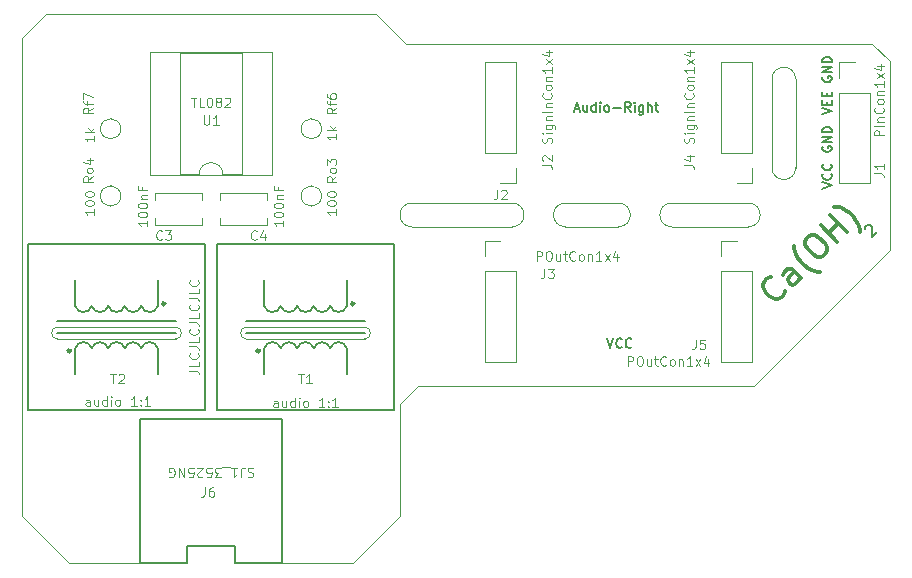
<source format=gbr>
%TF.GenerationSoftware,KiCad,Pcbnew,(5.1.9)-1*%
%TF.CreationDate,2021-03-12T00:34:36-05:00*%
%TF.ProjectId,SummingBoard,53756d6d-696e-4674-926f-6172642e6b69,rev?*%
%TF.SameCoordinates,Original*%
%TF.FileFunction,Legend,Top*%
%TF.FilePolarity,Positive*%
%FSLAX46Y46*%
G04 Gerber Fmt 4.6, Leading zero omitted, Abs format (unit mm)*
G04 Created by KiCad (PCBNEW (5.1.9)-1) date 2021-03-12 00:34:36*
%MOMM*%
%LPD*%
G01*
G04 APERTURE LIST*
%ADD10C,0.150000*%
%ADD11C,0.300000*%
%ADD12C,0.120000*%
%TA.AperFunction,Profile*%
%ADD13C,0.050000*%
%TD*%
G04 APERTURE END LIST*
D10*
X135878087Y-72682148D02*
X135878087Y-72614805D01*
X135911759Y-72513790D01*
X136080118Y-72345431D01*
X136181133Y-72311759D01*
X136248477Y-72311759D01*
X136349492Y-72345431D01*
X136416835Y-72412774D01*
X136484179Y-72547461D01*
X136484179Y-73355583D01*
X136921912Y-72917851D01*
D11*
X129078679Y-77931472D02*
X129078679Y-78066159D01*
X128943992Y-78335533D01*
X128809305Y-78470220D01*
X128539931Y-78604907D01*
X128270557Y-78604907D01*
X128068527Y-78537564D01*
X127731809Y-78335533D01*
X127529779Y-78133503D01*
X127327748Y-77796785D01*
X127260405Y-77594755D01*
X127260405Y-77325381D01*
X127395092Y-77056007D01*
X127529779Y-76921320D01*
X127799153Y-76786633D01*
X127933840Y-76786633D01*
X130425549Y-76853976D02*
X129684771Y-76113198D01*
X129482740Y-76045854D01*
X129280710Y-76113198D01*
X129011336Y-76382572D01*
X128943992Y-76584602D01*
X130358206Y-76786633D02*
X130290862Y-76988663D01*
X129954145Y-77325381D01*
X129752114Y-77392724D01*
X129550084Y-77325381D01*
X129415397Y-77190694D01*
X129348053Y-76988663D01*
X129415397Y-76786633D01*
X129752114Y-76449915D01*
X129819458Y-76247885D01*
X132041793Y-76315228D02*
X131907106Y-76315228D01*
X131570389Y-76247885D01*
X131368358Y-76180541D01*
X131098984Y-76045854D01*
X130694923Y-75776480D01*
X130425549Y-75507106D01*
X130156175Y-75103045D01*
X130021488Y-74833671D01*
X129954145Y-74631641D01*
X129886801Y-74294923D01*
X129886801Y-74160236D01*
X130896954Y-73554145D02*
X131166328Y-73284771D01*
X131368358Y-73217427D01*
X131637732Y-73217427D01*
X131974450Y-73419458D01*
X132445854Y-73890862D01*
X132647885Y-74227580D01*
X132647885Y-74496954D01*
X132580541Y-74698984D01*
X132311167Y-74968358D01*
X132109137Y-75035702D01*
X131839763Y-75035702D01*
X131503045Y-74833671D01*
X131031641Y-74362267D01*
X130829610Y-74025549D01*
X130829610Y-73756175D01*
X130896954Y-73554145D01*
X133523350Y-73756175D02*
X132109137Y-72341962D01*
X132782572Y-73015397D02*
X133590694Y-72207275D01*
X134331472Y-72948053D02*
X132917259Y-71533840D01*
X135408968Y-72948053D02*
X135408968Y-72813366D01*
X135341625Y-72476649D01*
X135274281Y-72274618D01*
X135139594Y-72005244D01*
X134870220Y-71601183D01*
X134600846Y-71331809D01*
X134196785Y-71062435D01*
X133927411Y-70927748D01*
X133725381Y-70860405D01*
X133388663Y-70793061D01*
X133253976Y-70793061D01*
D12*
X78661904Y-84695238D02*
X79233333Y-84695238D01*
X79347619Y-84733333D01*
X79423809Y-84809523D01*
X79461904Y-84923809D01*
X79461904Y-85000000D01*
X79461904Y-83933333D02*
X79461904Y-84314285D01*
X78661904Y-84314285D01*
X79385714Y-83209523D02*
X79423809Y-83247619D01*
X79461904Y-83361904D01*
X79461904Y-83438095D01*
X79423809Y-83552380D01*
X79347619Y-83628571D01*
X79271428Y-83666666D01*
X79119047Y-83704761D01*
X79004761Y-83704761D01*
X78852380Y-83666666D01*
X78776190Y-83628571D01*
X78700000Y-83552380D01*
X78661904Y-83438095D01*
X78661904Y-83361904D01*
X78700000Y-83247619D01*
X78738095Y-83209523D01*
X78661904Y-82638095D02*
X79233333Y-82638095D01*
X79347619Y-82676190D01*
X79423809Y-82752380D01*
X79461904Y-82866666D01*
X79461904Y-82942857D01*
X79461904Y-81876190D02*
X79461904Y-82257142D01*
X78661904Y-82257142D01*
X79385714Y-81152380D02*
X79423809Y-81190476D01*
X79461904Y-81304761D01*
X79461904Y-81380952D01*
X79423809Y-81495238D01*
X79347619Y-81571428D01*
X79271428Y-81609523D01*
X79119047Y-81647619D01*
X79004761Y-81647619D01*
X78852380Y-81609523D01*
X78776190Y-81571428D01*
X78700000Y-81495238D01*
X78661904Y-81380952D01*
X78661904Y-81304761D01*
X78700000Y-81190476D01*
X78738095Y-81152380D01*
X78661904Y-80580952D02*
X79233333Y-80580952D01*
X79347619Y-80619047D01*
X79423809Y-80695238D01*
X79461904Y-80809523D01*
X79461904Y-80885714D01*
X79461904Y-79819047D02*
X79461904Y-80200000D01*
X78661904Y-80200000D01*
X79385714Y-79095238D02*
X79423809Y-79133333D01*
X79461904Y-79247619D01*
X79461904Y-79323809D01*
X79423809Y-79438095D01*
X79347619Y-79514285D01*
X79271428Y-79552380D01*
X79119047Y-79590476D01*
X79004761Y-79590476D01*
X78852380Y-79552380D01*
X78776190Y-79514285D01*
X78700000Y-79438095D01*
X78661904Y-79323809D01*
X78661904Y-79247619D01*
X78700000Y-79133333D01*
X78738095Y-79095238D01*
X78661904Y-78523809D02*
X79233333Y-78523809D01*
X79347619Y-78561904D01*
X79423809Y-78638095D01*
X79461904Y-78752380D01*
X79461904Y-78828571D01*
X79461904Y-77761904D02*
X79461904Y-78142857D01*
X78661904Y-78142857D01*
X79385714Y-77038095D02*
X79423809Y-77076190D01*
X79461904Y-77190476D01*
X79461904Y-77266666D01*
X79423809Y-77380952D01*
X79347619Y-77457142D01*
X79271428Y-77495238D01*
X79119047Y-77533333D01*
X79004761Y-77533333D01*
X78852380Y-77495238D01*
X78776190Y-77457142D01*
X78700000Y-77380952D01*
X78661904Y-77266666D01*
X78661904Y-77190476D01*
X78700000Y-77076190D01*
X78738095Y-77038095D01*
D10*
X114033333Y-81961904D02*
X114300000Y-82761904D01*
X114566666Y-81961904D01*
X115290476Y-82685714D02*
X115252380Y-82723809D01*
X115138095Y-82761904D01*
X115061904Y-82761904D01*
X114947619Y-82723809D01*
X114871428Y-82647619D01*
X114833333Y-82571428D01*
X114795238Y-82419047D01*
X114795238Y-82304761D01*
X114833333Y-82152380D01*
X114871428Y-82076190D01*
X114947619Y-82000000D01*
X115061904Y-81961904D01*
X115138095Y-81961904D01*
X115252380Y-82000000D01*
X115290476Y-82038095D01*
X116090476Y-82685714D02*
X116052380Y-82723809D01*
X115938095Y-82761904D01*
X115861904Y-82761904D01*
X115747619Y-82723809D01*
X115671428Y-82647619D01*
X115633333Y-82571428D01*
X115595238Y-82419047D01*
X115595238Y-82304761D01*
X115633333Y-82152380D01*
X115671428Y-82076190D01*
X115747619Y-82000000D01*
X115861904Y-81961904D01*
X115938095Y-81961904D01*
X116052380Y-82000000D01*
X116090476Y-82038095D01*
X132261904Y-62990476D02*
X133061904Y-62723809D01*
X132261904Y-62457142D01*
X132642857Y-62190476D02*
X132642857Y-61923809D01*
X133061904Y-61809523D02*
X133061904Y-62190476D01*
X132261904Y-62190476D01*
X132261904Y-61809523D01*
X132642857Y-61466666D02*
X132642857Y-61200000D01*
X133061904Y-61085714D02*
X133061904Y-61466666D01*
X132261904Y-61466666D01*
X132261904Y-61085714D01*
X111295238Y-62533333D02*
X111676190Y-62533333D01*
X111219047Y-62761904D02*
X111485714Y-61961904D01*
X111752380Y-62761904D01*
X112361904Y-62228571D02*
X112361904Y-62761904D01*
X112019047Y-62228571D02*
X112019047Y-62647619D01*
X112057142Y-62723809D01*
X112133333Y-62761904D01*
X112247619Y-62761904D01*
X112323809Y-62723809D01*
X112361904Y-62685714D01*
X113085714Y-62761904D02*
X113085714Y-61961904D01*
X113085714Y-62723809D02*
X113009523Y-62761904D01*
X112857142Y-62761904D01*
X112780952Y-62723809D01*
X112742857Y-62685714D01*
X112704761Y-62609523D01*
X112704761Y-62380952D01*
X112742857Y-62304761D01*
X112780952Y-62266666D01*
X112857142Y-62228571D01*
X113009523Y-62228571D01*
X113085714Y-62266666D01*
X113466666Y-62761904D02*
X113466666Y-62228571D01*
X113466666Y-61961904D02*
X113428571Y-62000000D01*
X113466666Y-62038095D01*
X113504761Y-62000000D01*
X113466666Y-61961904D01*
X113466666Y-62038095D01*
X113961904Y-62761904D02*
X113885714Y-62723809D01*
X113847619Y-62685714D01*
X113809523Y-62609523D01*
X113809523Y-62380952D01*
X113847619Y-62304761D01*
X113885714Y-62266666D01*
X113961904Y-62228571D01*
X114076190Y-62228571D01*
X114152380Y-62266666D01*
X114190476Y-62304761D01*
X114228571Y-62380952D01*
X114228571Y-62609523D01*
X114190476Y-62685714D01*
X114152380Y-62723809D01*
X114076190Y-62761904D01*
X113961904Y-62761904D01*
X114571428Y-62457142D02*
X115180952Y-62457142D01*
X116019047Y-62761904D02*
X115752380Y-62380952D01*
X115561904Y-62761904D02*
X115561904Y-61961904D01*
X115866666Y-61961904D01*
X115942857Y-62000000D01*
X115980952Y-62038095D01*
X116019047Y-62114285D01*
X116019047Y-62228571D01*
X115980952Y-62304761D01*
X115942857Y-62342857D01*
X115866666Y-62380952D01*
X115561904Y-62380952D01*
X116361904Y-62761904D02*
X116361904Y-62228571D01*
X116361904Y-61961904D02*
X116323809Y-62000000D01*
X116361904Y-62038095D01*
X116400000Y-62000000D01*
X116361904Y-61961904D01*
X116361904Y-62038095D01*
X117085714Y-62228571D02*
X117085714Y-62876190D01*
X117047619Y-62952380D01*
X117009523Y-62990476D01*
X116933333Y-63028571D01*
X116819047Y-63028571D01*
X116742857Y-62990476D01*
X117085714Y-62723809D02*
X117009523Y-62761904D01*
X116857142Y-62761904D01*
X116780952Y-62723809D01*
X116742857Y-62685714D01*
X116704761Y-62609523D01*
X116704761Y-62380952D01*
X116742857Y-62304761D01*
X116780952Y-62266666D01*
X116857142Y-62228571D01*
X117009523Y-62228571D01*
X117085714Y-62266666D01*
X117466666Y-62761904D02*
X117466666Y-61961904D01*
X117809523Y-62761904D02*
X117809523Y-62342857D01*
X117771428Y-62266666D01*
X117695238Y-62228571D01*
X117580952Y-62228571D01*
X117504761Y-62266666D01*
X117466666Y-62304761D01*
X118076190Y-62228571D02*
X118380952Y-62228571D01*
X118190476Y-61961904D02*
X118190476Y-62647619D01*
X118228571Y-62723809D01*
X118304761Y-62761904D01*
X118380952Y-62761904D01*
X132300000Y-59809523D02*
X132261904Y-59885714D01*
X132261904Y-60000000D01*
X132300000Y-60114285D01*
X132376190Y-60190476D01*
X132452380Y-60228571D01*
X132604761Y-60266666D01*
X132719047Y-60266666D01*
X132871428Y-60228571D01*
X132947619Y-60190476D01*
X133023809Y-60114285D01*
X133061904Y-60000000D01*
X133061904Y-59923809D01*
X133023809Y-59809523D01*
X132985714Y-59771428D01*
X132719047Y-59771428D01*
X132719047Y-59923809D01*
X133061904Y-59428571D02*
X132261904Y-59428571D01*
X133061904Y-58971428D01*
X132261904Y-58971428D01*
X133061904Y-58590476D02*
X132261904Y-58590476D01*
X132261904Y-58400000D01*
X132300000Y-58285714D01*
X132376190Y-58209523D01*
X132452380Y-58171428D01*
X132604761Y-58133333D01*
X132719047Y-58133333D01*
X132871428Y-58171428D01*
X132947619Y-58209523D01*
X133023809Y-58285714D01*
X133061904Y-58400000D01*
X133061904Y-58590476D01*
X132261904Y-69266666D02*
X133061904Y-69000000D01*
X132261904Y-68733333D01*
X132985714Y-68009523D02*
X133023809Y-68047619D01*
X133061904Y-68161904D01*
X133061904Y-68238095D01*
X133023809Y-68352380D01*
X132947619Y-68428571D01*
X132871428Y-68466666D01*
X132719047Y-68504761D01*
X132604761Y-68504761D01*
X132452380Y-68466666D01*
X132376190Y-68428571D01*
X132300000Y-68352380D01*
X132261904Y-68238095D01*
X132261904Y-68161904D01*
X132300000Y-68047619D01*
X132338095Y-68009523D01*
X132985714Y-67209523D02*
X133023809Y-67247619D01*
X133061904Y-67361904D01*
X133061904Y-67438095D01*
X133023809Y-67552380D01*
X132947619Y-67628571D01*
X132871428Y-67666666D01*
X132719047Y-67704761D01*
X132604761Y-67704761D01*
X132452380Y-67666666D01*
X132376190Y-67628571D01*
X132300000Y-67552380D01*
X132261904Y-67438095D01*
X132261904Y-67361904D01*
X132300000Y-67247619D01*
X132338095Y-67209523D01*
X132300000Y-65709523D02*
X132261904Y-65785714D01*
X132261904Y-65900000D01*
X132300000Y-66014285D01*
X132376190Y-66090476D01*
X132452380Y-66128571D01*
X132604761Y-66166666D01*
X132719047Y-66166666D01*
X132871428Y-66128571D01*
X132947619Y-66090476D01*
X133023809Y-66014285D01*
X133061904Y-65900000D01*
X133061904Y-65823809D01*
X133023809Y-65709523D01*
X132985714Y-65671428D01*
X132719047Y-65671428D01*
X132719047Y-65823809D01*
X133061904Y-65328571D02*
X132261904Y-65328571D01*
X133061904Y-64871428D01*
X132261904Y-64871428D01*
X133061904Y-64490476D02*
X132261904Y-64490476D01*
X132261904Y-64300000D01*
X132300000Y-64185714D01*
X132376190Y-64109523D01*
X132452380Y-64071428D01*
X132604761Y-64033333D01*
X132719047Y-64033333D01*
X132871428Y-64071428D01*
X132947619Y-64109523D01*
X133023809Y-64185714D01*
X133061904Y-64300000D01*
X133061904Y-64490476D01*
D13*
X97000000Y-57000000D02*
X136500000Y-57000000D01*
X94500000Y-54500000D02*
X97000000Y-57000000D01*
X66500000Y-54500000D02*
X94500000Y-54500000D01*
X138000000Y-58500000D02*
X136500000Y-57000000D01*
X138000000Y-74500000D02*
X138000000Y-58500000D01*
X126500000Y-86000000D02*
X138000000Y-74500000D01*
X98000000Y-86000000D02*
X126500000Y-86000000D01*
X96500000Y-87500000D02*
X98000000Y-86000000D01*
X96500000Y-97000000D02*
X96500000Y-87500000D01*
X92500000Y-101000000D02*
X96500000Y-97000000D01*
X86500000Y-101000000D02*
X92500000Y-101000000D01*
X82500000Y-101000000D02*
X86500000Y-101000000D01*
X82500000Y-99500000D02*
X82500000Y-101000000D01*
X78500000Y-99500000D02*
X82500000Y-99500000D01*
X78500000Y-101000000D02*
X78500000Y-99500000D01*
X68500000Y-101000000D02*
X78500000Y-101000000D01*
X64500000Y-97000000D02*
X68500000Y-101000000D01*
X64500000Y-56500000D02*
X64500000Y-97000000D01*
X64500000Y-56500000D02*
X66500000Y-54500000D01*
X110500000Y-72500000D02*
X115000000Y-72500000D01*
X115000000Y-70500000D02*
X110500000Y-70500000D01*
X115000000Y-70500000D02*
G75*
G02*
X115000000Y-72500000I0J-1000000D01*
G01*
X110500000Y-72500000D02*
G75*
G02*
X110500000Y-70500000I0J1000000D01*
G01*
X130000000Y-67500000D02*
X130000000Y-60000000D01*
X128000000Y-60000000D02*
X128000000Y-67500000D01*
X128000000Y-60000000D02*
G75*
G02*
X130000000Y-60000000I1000000J0D01*
G01*
X130000000Y-67500000D02*
G75*
G02*
X128000000Y-67500000I-1000000J0D01*
G01*
X119500000Y-72500000D02*
X126000000Y-72500000D01*
X119500000Y-70500000D02*
X126000000Y-70500000D01*
X106000000Y-72500000D02*
X97500000Y-72500000D01*
X97500000Y-70500000D02*
X106000000Y-70500000D01*
X97500000Y-72500000D02*
G75*
G02*
X97500000Y-70500000I0J1000000D01*
G01*
X106000000Y-70500000D02*
G75*
G02*
X106000000Y-72500000I0J-1000000D01*
G01*
X126000000Y-70500000D02*
G75*
G02*
X126000000Y-72500000I0J-1000000D01*
G01*
X119500000Y-72500000D02*
G75*
G02*
X119500000Y-70500000I0J1000000D01*
G01*
X67500000Y-82000000D02*
G75*
G02*
X67500000Y-81000000I0J500000D01*
G01*
X93500000Y-81000000D02*
G75*
G02*
X93500000Y-82000000I0J-500000D01*
G01*
X83500000Y-82000000D02*
G75*
G02*
X83500000Y-81000000I0J500000D01*
G01*
X77500000Y-81000000D02*
G75*
G02*
X77500000Y-82000000I0J-500000D01*
G01*
X67500000Y-81000000D02*
X77500000Y-81000000D01*
X77500000Y-82000000D02*
X67500000Y-82000000D01*
X93500000Y-82000000D02*
X83500000Y-82000000D01*
X83500000Y-81000000D02*
X93500000Y-81000000D01*
D12*
%TO.C,U1*%
X75360000Y-68136500D02*
X85640000Y-68136500D01*
X75360000Y-57736500D02*
X75360000Y-68136500D01*
X85640000Y-57736500D02*
X75360000Y-57736500D01*
X85640000Y-68136500D02*
X85640000Y-57736500D01*
X77850000Y-68076500D02*
X79500000Y-68076500D01*
X77850000Y-57796500D02*
X77850000Y-68076500D01*
X83150000Y-57796500D02*
X77850000Y-57796500D01*
X83150000Y-68076500D02*
X83150000Y-57796500D01*
X81500000Y-68076500D02*
X83150000Y-68076500D01*
X79500000Y-68076500D02*
G75*
G02*
X81500000Y-68076500I1000000J0D01*
G01*
D10*
%TO.C,T2*%
X80000000Y-88000000D02*
X80000000Y-74000000D01*
X65000000Y-88000000D02*
X80000000Y-88000000D01*
X65000000Y-88000000D02*
X65000000Y-74000000D01*
X65000000Y-74000000D02*
X80000000Y-74000000D01*
X67500000Y-81500000D02*
X77500000Y-81500000D01*
X67500000Y-80500000D02*
X77500000Y-80500000D01*
X69000000Y-82800000D02*
X69000000Y-85000000D01*
X76000000Y-82800000D02*
X76000000Y-85000000D01*
X76000000Y-77000000D02*
X76000000Y-79200000D01*
X69000000Y-77000000D02*
X69000000Y-79200000D01*
D11*
X68600000Y-83000000D02*
G75*
G03*
X68600000Y-83000000I-100000J0D01*
G01*
X76600000Y-79000000D02*
G75*
G03*
X76600000Y-79000000I-100000J0D01*
G01*
D10*
X74600000Y-79200000D02*
G75*
G03*
X76000000Y-79200000I700000J200000D01*
G01*
X73200000Y-79200000D02*
G75*
G03*
X74600000Y-79200000I700000J200000D01*
G01*
X70400000Y-79200000D02*
G75*
G03*
X71800000Y-79200000I700000J200000D01*
G01*
X71800000Y-79200000D02*
G75*
G03*
X73200000Y-79200000I700000J200000D01*
G01*
X69000000Y-79200000D02*
G75*
G03*
X70400000Y-79200000I700000J200000D01*
G01*
X69000000Y-82800000D02*
G75*
G02*
X70400000Y-82800000I700000J-200000D01*
G01*
X70400000Y-82800000D02*
G75*
G02*
X71800000Y-82800000I700000J-200000D01*
G01*
X71800000Y-82800000D02*
G75*
G02*
X73200000Y-82800000I700000J-200000D01*
G01*
X73200000Y-82800000D02*
G75*
G02*
X74600000Y-82800000I700000J-200000D01*
G01*
X74600000Y-82800000D02*
G75*
G02*
X76000000Y-82800000I700000J-200000D01*
G01*
%TO.C,T1*%
X96000000Y-88000000D02*
X96000000Y-74000000D01*
X81000000Y-88000000D02*
X96000000Y-88000000D01*
X81000000Y-88000000D02*
X81000000Y-74000000D01*
X81000000Y-74000000D02*
X96000000Y-74000000D01*
X83500000Y-81500000D02*
X93500000Y-81500000D01*
X83500000Y-80500000D02*
X93500000Y-80500000D01*
X85000000Y-82800000D02*
X85000000Y-85000000D01*
X92000000Y-82800000D02*
X92000000Y-85000000D01*
X92000000Y-77000000D02*
X92000000Y-79200000D01*
X85000000Y-77000000D02*
X85000000Y-79200000D01*
D11*
X84600000Y-83000000D02*
G75*
G03*
X84600000Y-83000000I-100000J0D01*
G01*
X92600000Y-79000000D02*
G75*
G03*
X92600000Y-79000000I-100000J0D01*
G01*
D10*
X90600000Y-79200000D02*
G75*
G03*
X92000000Y-79200000I700000J200000D01*
G01*
X89200000Y-79200000D02*
G75*
G03*
X90600000Y-79200000I700000J200000D01*
G01*
X86400000Y-79200000D02*
G75*
G03*
X87800000Y-79200000I700000J200000D01*
G01*
X87800000Y-79200000D02*
G75*
G03*
X89200000Y-79200000I700000J200000D01*
G01*
X85000000Y-79200000D02*
G75*
G03*
X86400000Y-79200000I700000J200000D01*
G01*
X85000000Y-82800000D02*
G75*
G02*
X86400000Y-82800000I700000J-200000D01*
G01*
X86400000Y-82800000D02*
G75*
G02*
X87800000Y-82800000I700000J-200000D01*
G01*
X87800000Y-82800000D02*
G75*
G02*
X89200000Y-82800000I700000J-200000D01*
G01*
X89200000Y-82800000D02*
G75*
G02*
X90600000Y-82800000I700000J-200000D01*
G01*
X90600000Y-82800000D02*
G75*
G02*
X92000000Y-82800000I700000J-200000D01*
G01*
D12*
%TO.C,Ro4*%
X72000000Y-69040000D02*
X72000000Y-69000000D01*
X72860000Y-69900000D02*
G75*
G03*
X72860000Y-69900000I-860000J0D01*
G01*
%TO.C,Ro3*%
X89000000Y-69040000D02*
X89000000Y-69000000D01*
X89860000Y-69900000D02*
G75*
G03*
X89860000Y-69900000I-860000J0D01*
G01*
%TO.C,Rf7*%
X72000000Y-63346500D02*
X72000000Y-63306500D01*
X72860000Y-64206500D02*
G75*
G03*
X72860000Y-64206500I-860000J0D01*
G01*
%TO.C,Rf6*%
X89000000Y-63346500D02*
X89000000Y-63306500D01*
X89860000Y-64206500D02*
G75*
G03*
X89860000Y-64206500I-860000J0D01*
G01*
D10*
%TO.C,J6*%
X74500000Y-101000000D02*
X74500000Y-88800000D01*
X74500000Y-88800000D02*
X86500000Y-88800000D01*
X78500000Y-99500000D02*
X78500000Y-101000000D01*
X74500000Y-101000000D02*
X78500000Y-101000000D01*
X86500000Y-101000000D02*
X86500000Y-88800000D01*
X82500000Y-99500000D02*
X82500000Y-101000000D01*
X86500000Y-101000000D02*
X82500000Y-101000000D01*
X78500000Y-99500000D02*
X82500000Y-99500000D01*
D12*
%TO.C,J5*%
X123670000Y-73670000D02*
X125000000Y-73670000D01*
X123670000Y-75000000D02*
X123670000Y-73670000D01*
X126330000Y-76270000D02*
X123670000Y-76270000D01*
X126330000Y-83950000D02*
X126330000Y-76270000D01*
X123670000Y-83950000D02*
X126330000Y-83950000D01*
X123670000Y-76270000D02*
X123670000Y-83950000D01*
%TO.C,J4*%
X126330000Y-68830000D02*
X125000000Y-68830000D01*
X126330000Y-67500000D02*
X126330000Y-68830000D01*
X123670000Y-66230000D02*
X126330000Y-66230000D01*
X123670000Y-58550000D02*
X123670000Y-66230000D01*
X126330000Y-58550000D02*
X123670000Y-58550000D01*
X126330000Y-66230000D02*
X126330000Y-58550000D01*
%TO.C,J3*%
X103670000Y-73670000D02*
X105000000Y-73670000D01*
X103670000Y-75000000D02*
X103670000Y-73670000D01*
X106330000Y-76270000D02*
X103670000Y-76270000D01*
X106330000Y-83950000D02*
X106330000Y-76270000D01*
X103670000Y-83950000D02*
X106330000Y-83950000D01*
X103670000Y-76270000D02*
X103670000Y-83950000D01*
%TO.C,J2*%
X106330000Y-68830000D02*
X105000000Y-68830000D01*
X106330000Y-67500000D02*
X106330000Y-68830000D01*
X103670000Y-66230000D02*
X106330000Y-66230000D01*
X103670000Y-58550000D02*
X103670000Y-66230000D01*
X106330000Y-58550000D02*
X103670000Y-58550000D01*
X106330000Y-66230000D02*
X106330000Y-58550000D01*
%TO.C,J1*%
X133670000Y-58550000D02*
X135000000Y-58550000D01*
X133670000Y-59880000D02*
X133670000Y-58550000D01*
X136330000Y-61150000D02*
X133670000Y-61150000D01*
X136330000Y-68830000D02*
X136330000Y-61150000D01*
X133670000Y-68830000D02*
X136330000Y-68830000D01*
X133670000Y-61150000D02*
X133670000Y-68830000D01*
%TO.C,C4*%
X81290000Y-70250000D02*
X81290000Y-69640000D01*
X81290000Y-72360000D02*
X81290000Y-71750000D01*
X85210000Y-70250000D02*
X85210000Y-69640000D01*
X85210000Y-72360000D02*
X85210000Y-71750000D01*
X85210000Y-69640000D02*
X81290000Y-69640000D01*
X85210000Y-72360000D02*
X81290000Y-72360000D01*
%TO.C,C3*%
X75790000Y-70250000D02*
X75790000Y-69640000D01*
X75790000Y-72360000D02*
X75790000Y-71750000D01*
X79710000Y-70250000D02*
X79710000Y-69640000D01*
X79710000Y-72360000D02*
X79710000Y-71750000D01*
X79710000Y-69640000D02*
X75790000Y-69640000D01*
X79710000Y-72360000D02*
X75790000Y-72360000D01*
%TD*%
%TO.C,U1*%
X79890476Y-63061904D02*
X79890476Y-63709523D01*
X79928571Y-63785714D01*
X79966666Y-63823809D01*
X80042857Y-63861904D01*
X80195238Y-63861904D01*
X80271428Y-63823809D01*
X80309523Y-63785714D01*
X80347619Y-63709523D01*
X80347619Y-63061904D01*
X81147619Y-63861904D02*
X80690476Y-63861904D01*
X80919047Y-63861904D02*
X80919047Y-63061904D01*
X80842857Y-63176190D01*
X80766666Y-63252380D01*
X80690476Y-63290476D01*
X78804761Y-61561904D02*
X79261904Y-61561904D01*
X79033333Y-62361904D02*
X79033333Y-61561904D01*
X79909523Y-62361904D02*
X79528571Y-62361904D01*
X79528571Y-61561904D01*
X80328571Y-61561904D02*
X80404761Y-61561904D01*
X80480952Y-61600000D01*
X80519047Y-61638095D01*
X80557142Y-61714285D01*
X80595238Y-61866666D01*
X80595238Y-62057142D01*
X80557142Y-62209523D01*
X80519047Y-62285714D01*
X80480952Y-62323809D01*
X80404761Y-62361904D01*
X80328571Y-62361904D01*
X80252380Y-62323809D01*
X80214285Y-62285714D01*
X80176190Y-62209523D01*
X80138095Y-62057142D01*
X80138095Y-61866666D01*
X80176190Y-61714285D01*
X80214285Y-61638095D01*
X80252380Y-61600000D01*
X80328571Y-61561904D01*
X81052380Y-61904761D02*
X80976190Y-61866666D01*
X80938095Y-61828571D01*
X80900000Y-61752380D01*
X80900000Y-61714285D01*
X80938095Y-61638095D01*
X80976190Y-61600000D01*
X81052380Y-61561904D01*
X81204761Y-61561904D01*
X81280952Y-61600000D01*
X81319047Y-61638095D01*
X81357142Y-61714285D01*
X81357142Y-61752380D01*
X81319047Y-61828571D01*
X81280952Y-61866666D01*
X81204761Y-61904761D01*
X81052380Y-61904761D01*
X80976190Y-61942857D01*
X80938095Y-61980952D01*
X80900000Y-62057142D01*
X80900000Y-62209523D01*
X80938095Y-62285714D01*
X80976190Y-62323809D01*
X81052380Y-62361904D01*
X81204761Y-62361904D01*
X81280952Y-62323809D01*
X81319047Y-62285714D01*
X81357142Y-62209523D01*
X81357142Y-62057142D01*
X81319047Y-61980952D01*
X81280952Y-61942857D01*
X81204761Y-61904761D01*
X81661904Y-61638095D02*
X81700000Y-61600000D01*
X81776190Y-61561904D01*
X81966666Y-61561904D01*
X82042857Y-61600000D01*
X82080952Y-61638095D01*
X82119047Y-61714285D01*
X82119047Y-61790476D01*
X82080952Y-61904761D01*
X81623809Y-62361904D01*
X82119047Y-62361904D01*
%TO.C,T2*%
X71990476Y-84961904D02*
X72447619Y-84961904D01*
X72219047Y-85761904D02*
X72219047Y-84961904D01*
X72676190Y-85038095D02*
X72714285Y-85000000D01*
X72790476Y-84961904D01*
X72980952Y-84961904D01*
X73057142Y-85000000D01*
X73095238Y-85038095D01*
X73133333Y-85114285D01*
X73133333Y-85190476D01*
X73095238Y-85304761D01*
X72638095Y-85761904D01*
X73133333Y-85761904D01*
X70238095Y-87661904D02*
X70238095Y-87242857D01*
X70200000Y-87166666D01*
X70123809Y-87128571D01*
X69971428Y-87128571D01*
X69895238Y-87166666D01*
X70238095Y-87623809D02*
X70161904Y-87661904D01*
X69971428Y-87661904D01*
X69895238Y-87623809D01*
X69857142Y-87547619D01*
X69857142Y-87471428D01*
X69895238Y-87395238D01*
X69971428Y-87357142D01*
X70161904Y-87357142D01*
X70238095Y-87319047D01*
X70961904Y-87128571D02*
X70961904Y-87661904D01*
X70619047Y-87128571D02*
X70619047Y-87547619D01*
X70657142Y-87623809D01*
X70733333Y-87661904D01*
X70847619Y-87661904D01*
X70923809Y-87623809D01*
X70961904Y-87585714D01*
X71685714Y-87661904D02*
X71685714Y-86861904D01*
X71685714Y-87623809D02*
X71609523Y-87661904D01*
X71457142Y-87661904D01*
X71380952Y-87623809D01*
X71342857Y-87585714D01*
X71304761Y-87509523D01*
X71304761Y-87280952D01*
X71342857Y-87204761D01*
X71380952Y-87166666D01*
X71457142Y-87128571D01*
X71609523Y-87128571D01*
X71685714Y-87166666D01*
X72066666Y-87661904D02*
X72066666Y-87128571D01*
X72066666Y-86861904D02*
X72028571Y-86900000D01*
X72066666Y-86938095D01*
X72104761Y-86900000D01*
X72066666Y-86861904D01*
X72066666Y-86938095D01*
X72561904Y-87661904D02*
X72485714Y-87623809D01*
X72447619Y-87585714D01*
X72409523Y-87509523D01*
X72409523Y-87280952D01*
X72447619Y-87204761D01*
X72485714Y-87166666D01*
X72561904Y-87128571D01*
X72676190Y-87128571D01*
X72752380Y-87166666D01*
X72790476Y-87204761D01*
X72828571Y-87280952D01*
X72828571Y-87509523D01*
X72790476Y-87585714D01*
X72752380Y-87623809D01*
X72676190Y-87661904D01*
X72561904Y-87661904D01*
X74200000Y-87661904D02*
X73742857Y-87661904D01*
X73971428Y-87661904D02*
X73971428Y-86861904D01*
X73895238Y-86976190D01*
X73819047Y-87052380D01*
X73742857Y-87090476D01*
X74542857Y-87585714D02*
X74580952Y-87623809D01*
X74542857Y-87661904D01*
X74504761Y-87623809D01*
X74542857Y-87585714D01*
X74542857Y-87661904D01*
X74542857Y-87166666D02*
X74580952Y-87204761D01*
X74542857Y-87242857D01*
X74504761Y-87204761D01*
X74542857Y-87166666D01*
X74542857Y-87242857D01*
X75342857Y-87661904D02*
X74885714Y-87661904D01*
X75114285Y-87661904D02*
X75114285Y-86861904D01*
X75038095Y-86976190D01*
X74961904Y-87052380D01*
X74885714Y-87090476D01*
%TO.C,T1*%
X87890476Y-84961904D02*
X88347619Y-84961904D01*
X88119047Y-85761904D02*
X88119047Y-84961904D01*
X89033333Y-85761904D02*
X88576190Y-85761904D01*
X88804761Y-85761904D02*
X88804761Y-84961904D01*
X88728571Y-85076190D01*
X88652380Y-85152380D01*
X88576190Y-85190476D01*
X86138095Y-87761904D02*
X86138095Y-87342857D01*
X86100000Y-87266666D01*
X86023809Y-87228571D01*
X85871428Y-87228571D01*
X85795238Y-87266666D01*
X86138095Y-87723809D02*
X86061904Y-87761904D01*
X85871428Y-87761904D01*
X85795238Y-87723809D01*
X85757142Y-87647619D01*
X85757142Y-87571428D01*
X85795238Y-87495238D01*
X85871428Y-87457142D01*
X86061904Y-87457142D01*
X86138095Y-87419047D01*
X86861904Y-87228571D02*
X86861904Y-87761904D01*
X86519047Y-87228571D02*
X86519047Y-87647619D01*
X86557142Y-87723809D01*
X86633333Y-87761904D01*
X86747619Y-87761904D01*
X86823809Y-87723809D01*
X86861904Y-87685714D01*
X87585714Y-87761904D02*
X87585714Y-86961904D01*
X87585714Y-87723809D02*
X87509523Y-87761904D01*
X87357142Y-87761904D01*
X87280952Y-87723809D01*
X87242857Y-87685714D01*
X87204761Y-87609523D01*
X87204761Y-87380952D01*
X87242857Y-87304761D01*
X87280952Y-87266666D01*
X87357142Y-87228571D01*
X87509523Y-87228571D01*
X87585714Y-87266666D01*
X87966666Y-87761904D02*
X87966666Y-87228571D01*
X87966666Y-86961904D02*
X87928571Y-87000000D01*
X87966666Y-87038095D01*
X88004761Y-87000000D01*
X87966666Y-86961904D01*
X87966666Y-87038095D01*
X88461904Y-87761904D02*
X88385714Y-87723809D01*
X88347619Y-87685714D01*
X88309523Y-87609523D01*
X88309523Y-87380952D01*
X88347619Y-87304761D01*
X88385714Y-87266666D01*
X88461904Y-87228571D01*
X88576190Y-87228571D01*
X88652380Y-87266666D01*
X88690476Y-87304761D01*
X88728571Y-87380952D01*
X88728571Y-87609523D01*
X88690476Y-87685714D01*
X88652380Y-87723809D01*
X88576190Y-87761904D01*
X88461904Y-87761904D01*
X90100000Y-87761904D02*
X89642857Y-87761904D01*
X89871428Y-87761904D02*
X89871428Y-86961904D01*
X89795238Y-87076190D01*
X89719047Y-87152380D01*
X89642857Y-87190476D01*
X90442857Y-87685714D02*
X90480952Y-87723809D01*
X90442857Y-87761904D01*
X90404761Y-87723809D01*
X90442857Y-87685714D01*
X90442857Y-87761904D01*
X90442857Y-87266666D02*
X90480952Y-87304761D01*
X90442857Y-87342857D01*
X90404761Y-87304761D01*
X90442857Y-87266666D01*
X90442857Y-87342857D01*
X91242857Y-87761904D02*
X90785714Y-87761904D01*
X91014285Y-87761904D02*
X91014285Y-86961904D01*
X90938095Y-87076190D01*
X90861904Y-87152380D01*
X90785714Y-87190476D01*
%TO.C,Ro4*%
X70501904Y-68245238D02*
X70120952Y-68511904D01*
X70501904Y-68702380D02*
X69701904Y-68702380D01*
X69701904Y-68397619D01*
X69740000Y-68321428D01*
X69778095Y-68283333D01*
X69854285Y-68245238D01*
X69968571Y-68245238D01*
X70044761Y-68283333D01*
X70082857Y-68321428D01*
X70120952Y-68397619D01*
X70120952Y-68702380D01*
X70501904Y-67788095D02*
X70463809Y-67864285D01*
X70425714Y-67902380D01*
X70349523Y-67940476D01*
X70120952Y-67940476D01*
X70044761Y-67902380D01*
X70006666Y-67864285D01*
X69968571Y-67788095D01*
X69968571Y-67673809D01*
X70006666Y-67597619D01*
X70044761Y-67559523D01*
X70120952Y-67521428D01*
X70349523Y-67521428D01*
X70425714Y-67559523D01*
X70463809Y-67597619D01*
X70501904Y-67673809D01*
X70501904Y-67788095D01*
X69968571Y-66835714D02*
X70501904Y-66835714D01*
X69663809Y-67026190D02*
X70235238Y-67216666D01*
X70235238Y-66721428D01*
X70611904Y-71033333D02*
X70611904Y-71490476D01*
X70611904Y-71261904D02*
X69811904Y-71261904D01*
X69926190Y-71338095D01*
X70002380Y-71414285D01*
X70040476Y-71490476D01*
X69811904Y-70538095D02*
X69811904Y-70461904D01*
X69850000Y-70385714D01*
X69888095Y-70347619D01*
X69964285Y-70309523D01*
X70116666Y-70271428D01*
X70307142Y-70271428D01*
X70459523Y-70309523D01*
X70535714Y-70347619D01*
X70573809Y-70385714D01*
X70611904Y-70461904D01*
X70611904Y-70538095D01*
X70573809Y-70614285D01*
X70535714Y-70652380D01*
X70459523Y-70690476D01*
X70307142Y-70728571D01*
X70116666Y-70728571D01*
X69964285Y-70690476D01*
X69888095Y-70652380D01*
X69850000Y-70614285D01*
X69811904Y-70538095D01*
X69811904Y-69776190D02*
X69811904Y-69700000D01*
X69850000Y-69623809D01*
X69888095Y-69585714D01*
X69964285Y-69547619D01*
X70116666Y-69509523D01*
X70307142Y-69509523D01*
X70459523Y-69547619D01*
X70535714Y-69585714D01*
X70573809Y-69623809D01*
X70611904Y-69700000D01*
X70611904Y-69776190D01*
X70573809Y-69852380D01*
X70535714Y-69890476D01*
X70459523Y-69928571D01*
X70307142Y-69966666D01*
X70116666Y-69966666D01*
X69964285Y-69928571D01*
X69888095Y-69890476D01*
X69850000Y-69852380D01*
X69811904Y-69776190D01*
%TO.C,Ro3*%
X91111904Y-68245238D02*
X90730952Y-68511904D01*
X91111904Y-68702380D02*
X90311904Y-68702380D01*
X90311904Y-68397619D01*
X90350000Y-68321428D01*
X90388095Y-68283333D01*
X90464285Y-68245238D01*
X90578571Y-68245238D01*
X90654761Y-68283333D01*
X90692857Y-68321428D01*
X90730952Y-68397619D01*
X90730952Y-68702380D01*
X91111904Y-67788095D02*
X91073809Y-67864285D01*
X91035714Y-67902380D01*
X90959523Y-67940476D01*
X90730952Y-67940476D01*
X90654761Y-67902380D01*
X90616666Y-67864285D01*
X90578571Y-67788095D01*
X90578571Y-67673809D01*
X90616666Y-67597619D01*
X90654761Y-67559523D01*
X90730952Y-67521428D01*
X90959523Y-67521428D01*
X91035714Y-67559523D01*
X91073809Y-67597619D01*
X91111904Y-67673809D01*
X91111904Y-67788095D01*
X90311904Y-67254761D02*
X90311904Y-66759523D01*
X90616666Y-67026190D01*
X90616666Y-66911904D01*
X90654761Y-66835714D01*
X90692857Y-66797619D01*
X90769047Y-66759523D01*
X90959523Y-66759523D01*
X91035714Y-66797619D01*
X91073809Y-66835714D01*
X91111904Y-66911904D01*
X91111904Y-67140476D01*
X91073809Y-67216666D01*
X91035714Y-67254761D01*
X91111904Y-71033333D02*
X91111904Y-71490476D01*
X91111904Y-71261904D02*
X90311904Y-71261904D01*
X90426190Y-71338095D01*
X90502380Y-71414285D01*
X90540476Y-71490476D01*
X90311904Y-70538095D02*
X90311904Y-70461904D01*
X90350000Y-70385714D01*
X90388095Y-70347619D01*
X90464285Y-70309523D01*
X90616666Y-70271428D01*
X90807142Y-70271428D01*
X90959523Y-70309523D01*
X91035714Y-70347619D01*
X91073809Y-70385714D01*
X91111904Y-70461904D01*
X91111904Y-70538095D01*
X91073809Y-70614285D01*
X91035714Y-70652380D01*
X90959523Y-70690476D01*
X90807142Y-70728571D01*
X90616666Y-70728571D01*
X90464285Y-70690476D01*
X90388095Y-70652380D01*
X90350000Y-70614285D01*
X90311904Y-70538095D01*
X90311904Y-69776190D02*
X90311904Y-69700000D01*
X90350000Y-69623809D01*
X90388095Y-69585714D01*
X90464285Y-69547619D01*
X90616666Y-69509523D01*
X90807142Y-69509523D01*
X90959523Y-69547619D01*
X91035714Y-69585714D01*
X91073809Y-69623809D01*
X91111904Y-69700000D01*
X91111904Y-69776190D01*
X91073809Y-69852380D01*
X91035714Y-69890476D01*
X90959523Y-69928571D01*
X90807142Y-69966666D01*
X90616666Y-69966666D01*
X90464285Y-69928571D01*
X90388095Y-69890476D01*
X90350000Y-69852380D01*
X90311904Y-69776190D01*
%TO.C,Rf7*%
X70501904Y-62418404D02*
X70120952Y-62685071D01*
X70501904Y-62875547D02*
X69701904Y-62875547D01*
X69701904Y-62570785D01*
X69740000Y-62494595D01*
X69778095Y-62456500D01*
X69854285Y-62418404D01*
X69968571Y-62418404D01*
X70044761Y-62456500D01*
X70082857Y-62494595D01*
X70120952Y-62570785D01*
X70120952Y-62875547D01*
X69968571Y-62189833D02*
X69968571Y-61885071D01*
X70501904Y-62075547D02*
X69816190Y-62075547D01*
X69740000Y-62037452D01*
X69701904Y-61961261D01*
X69701904Y-61885071D01*
X69701904Y-61694595D02*
X69701904Y-61161261D01*
X70501904Y-61504119D01*
X70611904Y-64801738D02*
X70611904Y-65258880D01*
X70611904Y-65030309D02*
X69811904Y-65030309D01*
X69926190Y-65106500D01*
X70002380Y-65182690D01*
X70040476Y-65258880D01*
X70611904Y-64458880D02*
X69811904Y-64458880D01*
X70307142Y-64382690D02*
X70611904Y-64154119D01*
X70078571Y-64154119D02*
X70383333Y-64458880D01*
%TO.C,Rf6*%
X91111904Y-62418404D02*
X90730952Y-62685071D01*
X91111904Y-62875547D02*
X90311904Y-62875547D01*
X90311904Y-62570785D01*
X90350000Y-62494595D01*
X90388095Y-62456500D01*
X90464285Y-62418404D01*
X90578571Y-62418404D01*
X90654761Y-62456500D01*
X90692857Y-62494595D01*
X90730952Y-62570785D01*
X90730952Y-62875547D01*
X90578571Y-62189833D02*
X90578571Y-61885071D01*
X91111904Y-62075547D02*
X90426190Y-62075547D01*
X90350000Y-62037452D01*
X90311904Y-61961261D01*
X90311904Y-61885071D01*
X90311904Y-61275547D02*
X90311904Y-61427928D01*
X90350000Y-61504119D01*
X90388095Y-61542214D01*
X90502380Y-61618404D01*
X90654761Y-61656500D01*
X90959523Y-61656500D01*
X91035714Y-61618404D01*
X91073809Y-61580309D01*
X91111904Y-61504119D01*
X91111904Y-61351738D01*
X91073809Y-61275547D01*
X91035714Y-61237452D01*
X90959523Y-61199357D01*
X90769047Y-61199357D01*
X90692857Y-61237452D01*
X90654761Y-61275547D01*
X90616666Y-61351738D01*
X90616666Y-61504119D01*
X90654761Y-61580309D01*
X90692857Y-61618404D01*
X90769047Y-61656500D01*
X91111904Y-64651738D02*
X91111904Y-65108880D01*
X91111904Y-64880309D02*
X90311904Y-64880309D01*
X90426190Y-64956500D01*
X90502380Y-65032690D01*
X90540476Y-65108880D01*
X91111904Y-64308880D02*
X90311904Y-64308880D01*
X90807142Y-64232690D02*
X91111904Y-64004119D01*
X90578571Y-64004119D02*
X90883333Y-64308880D01*
%TO.C,J6*%
X79983333Y-94561904D02*
X79983333Y-95133333D01*
X79945238Y-95247619D01*
X79869047Y-95323809D01*
X79754761Y-95361904D01*
X79678571Y-95361904D01*
X80707142Y-94561904D02*
X80554761Y-94561904D01*
X80478571Y-94600000D01*
X80440476Y-94638095D01*
X80364285Y-94752380D01*
X80326190Y-94904761D01*
X80326190Y-95209523D01*
X80364285Y-95285714D01*
X80402380Y-95323809D01*
X80478571Y-95361904D01*
X80630952Y-95361904D01*
X80707142Y-95323809D01*
X80745238Y-95285714D01*
X80783333Y-95209523D01*
X80783333Y-95019047D01*
X80745238Y-94942857D01*
X80707142Y-94904761D01*
X80630952Y-94866666D01*
X80478571Y-94866666D01*
X80402380Y-94904761D01*
X80364285Y-94942857D01*
X80326190Y-95019047D01*
X84061904Y-92926190D02*
X83947619Y-92888095D01*
X83757142Y-92888095D01*
X83680952Y-92926190D01*
X83642857Y-92964285D01*
X83604761Y-93040476D01*
X83604761Y-93116666D01*
X83642857Y-93192857D01*
X83680952Y-93230952D01*
X83757142Y-93269047D01*
X83909523Y-93307142D01*
X83985714Y-93345238D01*
X84023809Y-93383333D01*
X84061904Y-93459523D01*
X84061904Y-93535714D01*
X84023809Y-93611904D01*
X83985714Y-93650000D01*
X83909523Y-93688095D01*
X83719047Y-93688095D01*
X83604761Y-93650000D01*
X83033333Y-93688095D02*
X83033333Y-93116666D01*
X83071428Y-93002380D01*
X83147619Y-92926190D01*
X83261904Y-92888095D01*
X83338095Y-92888095D01*
X82233333Y-92888095D02*
X82690476Y-92888095D01*
X82461904Y-92888095D02*
X82461904Y-93688095D01*
X82538095Y-93573809D01*
X82614285Y-93497619D01*
X82690476Y-93459523D01*
X82080952Y-92811904D02*
X81471428Y-92811904D01*
X81357142Y-93688095D02*
X80861904Y-93688095D01*
X81128571Y-93383333D01*
X81014285Y-93383333D01*
X80938095Y-93345238D01*
X80900000Y-93307142D01*
X80861904Y-93230952D01*
X80861904Y-93040476D01*
X80900000Y-92964285D01*
X80938095Y-92926190D01*
X81014285Y-92888095D01*
X81242857Y-92888095D01*
X81319047Y-92926190D01*
X81357142Y-92964285D01*
X80138095Y-93688095D02*
X80519047Y-93688095D01*
X80557142Y-93307142D01*
X80519047Y-93345238D01*
X80442857Y-93383333D01*
X80252380Y-93383333D01*
X80176190Y-93345238D01*
X80138095Y-93307142D01*
X80100000Y-93230952D01*
X80100000Y-93040476D01*
X80138095Y-92964285D01*
X80176190Y-92926190D01*
X80252380Y-92888095D01*
X80442857Y-92888095D01*
X80519047Y-92926190D01*
X80557142Y-92964285D01*
X79795238Y-93611904D02*
X79757142Y-93650000D01*
X79680952Y-93688095D01*
X79490476Y-93688095D01*
X79414285Y-93650000D01*
X79376190Y-93611904D01*
X79338095Y-93535714D01*
X79338095Y-93459523D01*
X79376190Y-93345238D01*
X79833333Y-92888095D01*
X79338095Y-92888095D01*
X78614285Y-93688095D02*
X78995238Y-93688095D01*
X79033333Y-93307142D01*
X78995238Y-93345238D01*
X78919047Y-93383333D01*
X78728571Y-93383333D01*
X78652380Y-93345238D01*
X78614285Y-93307142D01*
X78576190Y-93230952D01*
X78576190Y-93040476D01*
X78614285Y-92964285D01*
X78652380Y-92926190D01*
X78728571Y-92888095D01*
X78919047Y-92888095D01*
X78995238Y-92926190D01*
X79033333Y-92964285D01*
X78233333Y-92888095D02*
X78233333Y-93688095D01*
X77776190Y-92888095D01*
X77776190Y-93688095D01*
X76976190Y-93650000D02*
X77052380Y-93688095D01*
X77166666Y-93688095D01*
X77280952Y-93650000D01*
X77357142Y-93573809D01*
X77395238Y-93497619D01*
X77433333Y-93345238D01*
X77433333Y-93230952D01*
X77395238Y-93078571D01*
X77357142Y-93002380D01*
X77280952Y-92926190D01*
X77166666Y-92888095D01*
X77090476Y-92888095D01*
X76976190Y-92926190D01*
X76938095Y-92964285D01*
X76938095Y-93230952D01*
X77090476Y-93230952D01*
%TO.C,J5*%
X121533333Y-82061904D02*
X121533333Y-82633333D01*
X121495238Y-82747619D01*
X121419047Y-82823809D01*
X121304761Y-82861904D01*
X121228571Y-82861904D01*
X122295238Y-82061904D02*
X121914285Y-82061904D01*
X121876190Y-82442857D01*
X121914285Y-82404761D01*
X121990476Y-82366666D01*
X122180952Y-82366666D01*
X122257142Y-82404761D01*
X122295238Y-82442857D01*
X122333333Y-82519047D01*
X122333333Y-82709523D01*
X122295238Y-82785714D01*
X122257142Y-82823809D01*
X122180952Y-82861904D01*
X121990476Y-82861904D01*
X121914285Y-82823809D01*
X121876190Y-82785714D01*
X115771428Y-84261904D02*
X115771428Y-83461904D01*
X116076190Y-83461904D01*
X116152380Y-83500000D01*
X116190476Y-83538095D01*
X116228571Y-83614285D01*
X116228571Y-83728571D01*
X116190476Y-83804761D01*
X116152380Y-83842857D01*
X116076190Y-83880952D01*
X115771428Y-83880952D01*
X116723809Y-83461904D02*
X116876190Y-83461904D01*
X116952380Y-83500000D01*
X117028571Y-83576190D01*
X117066666Y-83728571D01*
X117066666Y-83995238D01*
X117028571Y-84147619D01*
X116952380Y-84223809D01*
X116876190Y-84261904D01*
X116723809Y-84261904D01*
X116647619Y-84223809D01*
X116571428Y-84147619D01*
X116533333Y-83995238D01*
X116533333Y-83728571D01*
X116571428Y-83576190D01*
X116647619Y-83500000D01*
X116723809Y-83461904D01*
X117752380Y-83728571D02*
X117752380Y-84261904D01*
X117409523Y-83728571D02*
X117409523Y-84147619D01*
X117447619Y-84223809D01*
X117523809Y-84261904D01*
X117638095Y-84261904D01*
X117714285Y-84223809D01*
X117752380Y-84185714D01*
X118019047Y-83728571D02*
X118323809Y-83728571D01*
X118133333Y-83461904D02*
X118133333Y-84147619D01*
X118171428Y-84223809D01*
X118247619Y-84261904D01*
X118323809Y-84261904D01*
X119047619Y-84185714D02*
X119009523Y-84223809D01*
X118895238Y-84261904D01*
X118819047Y-84261904D01*
X118704761Y-84223809D01*
X118628571Y-84147619D01*
X118590476Y-84071428D01*
X118552380Y-83919047D01*
X118552380Y-83804761D01*
X118590476Y-83652380D01*
X118628571Y-83576190D01*
X118704761Y-83500000D01*
X118819047Y-83461904D01*
X118895238Y-83461904D01*
X119009523Y-83500000D01*
X119047619Y-83538095D01*
X119504761Y-84261904D02*
X119428571Y-84223809D01*
X119390476Y-84185714D01*
X119352380Y-84109523D01*
X119352380Y-83880952D01*
X119390476Y-83804761D01*
X119428571Y-83766666D01*
X119504761Y-83728571D01*
X119619047Y-83728571D01*
X119695238Y-83766666D01*
X119733333Y-83804761D01*
X119771428Y-83880952D01*
X119771428Y-84109523D01*
X119733333Y-84185714D01*
X119695238Y-84223809D01*
X119619047Y-84261904D01*
X119504761Y-84261904D01*
X120114285Y-83728571D02*
X120114285Y-84261904D01*
X120114285Y-83804761D02*
X120152380Y-83766666D01*
X120228571Y-83728571D01*
X120342857Y-83728571D01*
X120419047Y-83766666D01*
X120457142Y-83842857D01*
X120457142Y-84261904D01*
X121257142Y-84261904D02*
X120799999Y-84261904D01*
X121028571Y-84261904D02*
X121028571Y-83461904D01*
X120952380Y-83576190D01*
X120876190Y-83652380D01*
X120799999Y-83690476D01*
X121523809Y-84261904D02*
X121942857Y-83728571D01*
X121523809Y-83728571D02*
X121942857Y-84261904D01*
X122590476Y-83728571D02*
X122590476Y-84261904D01*
X122399999Y-83423809D02*
X122209523Y-83995238D01*
X122704761Y-83995238D01*
%TO.C,J4*%
X120561904Y-67266666D02*
X121133333Y-67266666D01*
X121247619Y-67304761D01*
X121323809Y-67380952D01*
X121361904Y-67495238D01*
X121361904Y-67571428D01*
X120828571Y-66542857D02*
X121361904Y-66542857D01*
X120523809Y-66733333D02*
X121095238Y-66923809D01*
X121095238Y-66428571D01*
X121323809Y-65404761D02*
X121361904Y-65290476D01*
X121361904Y-65100000D01*
X121323809Y-65023809D01*
X121285714Y-64985714D01*
X121209523Y-64947619D01*
X121133333Y-64947619D01*
X121057142Y-64985714D01*
X121019047Y-65023809D01*
X120980952Y-65100000D01*
X120942857Y-65252380D01*
X120904761Y-65328571D01*
X120866666Y-65366666D01*
X120790476Y-65404761D01*
X120714285Y-65404761D01*
X120638095Y-65366666D01*
X120600000Y-65328571D01*
X120561904Y-65252380D01*
X120561904Y-65061904D01*
X120600000Y-64947619D01*
X121361904Y-64604761D02*
X120828571Y-64604761D01*
X120561904Y-64604761D02*
X120600000Y-64642857D01*
X120638095Y-64604761D01*
X120600000Y-64566666D01*
X120561904Y-64604761D01*
X120638095Y-64604761D01*
X120828571Y-63880952D02*
X121476190Y-63880952D01*
X121552380Y-63919047D01*
X121590476Y-63957142D01*
X121628571Y-64033333D01*
X121628571Y-64147619D01*
X121590476Y-64223809D01*
X121323809Y-63880952D02*
X121361904Y-63957142D01*
X121361904Y-64109523D01*
X121323809Y-64185714D01*
X121285714Y-64223809D01*
X121209523Y-64261904D01*
X120980952Y-64261904D01*
X120904761Y-64223809D01*
X120866666Y-64185714D01*
X120828571Y-64109523D01*
X120828571Y-63957142D01*
X120866666Y-63880952D01*
X120828571Y-63500000D02*
X121361904Y-63500000D01*
X120904761Y-63500000D02*
X120866666Y-63461904D01*
X120828571Y-63385714D01*
X120828571Y-63271428D01*
X120866666Y-63195238D01*
X120942857Y-63157142D01*
X121361904Y-63157142D01*
X121361904Y-62776190D02*
X120561904Y-62776190D01*
X120828571Y-62395238D02*
X121361904Y-62395238D01*
X120904761Y-62395238D02*
X120866666Y-62357142D01*
X120828571Y-62280952D01*
X120828571Y-62166666D01*
X120866666Y-62090476D01*
X120942857Y-62052380D01*
X121361904Y-62052380D01*
X121285714Y-61214285D02*
X121323809Y-61252380D01*
X121361904Y-61366666D01*
X121361904Y-61442857D01*
X121323809Y-61557142D01*
X121247619Y-61633333D01*
X121171428Y-61671428D01*
X121019047Y-61709523D01*
X120904761Y-61709523D01*
X120752380Y-61671428D01*
X120676190Y-61633333D01*
X120600000Y-61557142D01*
X120561904Y-61442857D01*
X120561904Y-61366666D01*
X120600000Y-61252380D01*
X120638095Y-61214285D01*
X121361904Y-60757142D02*
X121323809Y-60833333D01*
X121285714Y-60871428D01*
X121209523Y-60909523D01*
X120980952Y-60909523D01*
X120904761Y-60871428D01*
X120866666Y-60833333D01*
X120828571Y-60757142D01*
X120828571Y-60642857D01*
X120866666Y-60566666D01*
X120904761Y-60528571D01*
X120980952Y-60490476D01*
X121209523Y-60490476D01*
X121285714Y-60528571D01*
X121323809Y-60566666D01*
X121361904Y-60642857D01*
X121361904Y-60757142D01*
X120828571Y-60147619D02*
X121361904Y-60147619D01*
X120904761Y-60147619D02*
X120866666Y-60109523D01*
X120828571Y-60033333D01*
X120828571Y-59919047D01*
X120866666Y-59842857D01*
X120942857Y-59804761D01*
X121361904Y-59804761D01*
X121361904Y-59004761D02*
X121361904Y-59461904D01*
X121361904Y-59233333D02*
X120561904Y-59233333D01*
X120676190Y-59309523D01*
X120752380Y-59385714D01*
X120790476Y-59461904D01*
X121361904Y-58738095D02*
X120828571Y-58319047D01*
X120828571Y-58738095D02*
X121361904Y-58319047D01*
X120828571Y-57671428D02*
X121361904Y-57671428D01*
X120523809Y-57861904D02*
X121095238Y-58052380D01*
X121095238Y-57557142D01*
%TO.C,J3*%
X108733333Y-76061904D02*
X108733333Y-76633333D01*
X108695238Y-76747619D01*
X108619047Y-76823809D01*
X108504761Y-76861904D01*
X108428571Y-76861904D01*
X109038095Y-76061904D02*
X109533333Y-76061904D01*
X109266666Y-76366666D01*
X109380952Y-76366666D01*
X109457142Y-76404761D01*
X109495238Y-76442857D01*
X109533333Y-76519047D01*
X109533333Y-76709523D01*
X109495238Y-76785714D01*
X109457142Y-76823809D01*
X109380952Y-76861904D01*
X109152380Y-76861904D01*
X109076190Y-76823809D01*
X109038095Y-76785714D01*
X108071428Y-75361904D02*
X108071428Y-74561904D01*
X108376190Y-74561904D01*
X108452380Y-74600000D01*
X108490476Y-74638095D01*
X108528571Y-74714285D01*
X108528571Y-74828571D01*
X108490476Y-74904761D01*
X108452380Y-74942857D01*
X108376190Y-74980952D01*
X108071428Y-74980952D01*
X109023809Y-74561904D02*
X109176190Y-74561904D01*
X109252380Y-74600000D01*
X109328571Y-74676190D01*
X109366666Y-74828571D01*
X109366666Y-75095238D01*
X109328571Y-75247619D01*
X109252380Y-75323809D01*
X109176190Y-75361904D01*
X109023809Y-75361904D01*
X108947619Y-75323809D01*
X108871428Y-75247619D01*
X108833333Y-75095238D01*
X108833333Y-74828571D01*
X108871428Y-74676190D01*
X108947619Y-74600000D01*
X109023809Y-74561904D01*
X110052380Y-74828571D02*
X110052380Y-75361904D01*
X109709523Y-74828571D02*
X109709523Y-75247619D01*
X109747619Y-75323809D01*
X109823809Y-75361904D01*
X109938095Y-75361904D01*
X110014285Y-75323809D01*
X110052380Y-75285714D01*
X110319047Y-74828571D02*
X110623809Y-74828571D01*
X110433333Y-74561904D02*
X110433333Y-75247619D01*
X110471428Y-75323809D01*
X110547619Y-75361904D01*
X110623809Y-75361904D01*
X111347619Y-75285714D02*
X111309523Y-75323809D01*
X111195238Y-75361904D01*
X111119047Y-75361904D01*
X111004761Y-75323809D01*
X110928571Y-75247619D01*
X110890476Y-75171428D01*
X110852380Y-75019047D01*
X110852380Y-74904761D01*
X110890476Y-74752380D01*
X110928571Y-74676190D01*
X111004761Y-74600000D01*
X111119047Y-74561904D01*
X111195238Y-74561904D01*
X111309523Y-74600000D01*
X111347619Y-74638095D01*
X111804761Y-75361904D02*
X111728571Y-75323809D01*
X111690476Y-75285714D01*
X111652380Y-75209523D01*
X111652380Y-74980952D01*
X111690476Y-74904761D01*
X111728571Y-74866666D01*
X111804761Y-74828571D01*
X111919047Y-74828571D01*
X111995238Y-74866666D01*
X112033333Y-74904761D01*
X112071428Y-74980952D01*
X112071428Y-75209523D01*
X112033333Y-75285714D01*
X111995238Y-75323809D01*
X111919047Y-75361904D01*
X111804761Y-75361904D01*
X112414285Y-74828571D02*
X112414285Y-75361904D01*
X112414285Y-74904761D02*
X112452380Y-74866666D01*
X112528571Y-74828571D01*
X112642857Y-74828571D01*
X112719047Y-74866666D01*
X112757142Y-74942857D01*
X112757142Y-75361904D01*
X113557142Y-75361904D02*
X113099999Y-75361904D01*
X113328571Y-75361904D02*
X113328571Y-74561904D01*
X113252380Y-74676190D01*
X113176190Y-74752380D01*
X113099999Y-74790476D01*
X113823809Y-75361904D02*
X114242857Y-74828571D01*
X113823809Y-74828571D02*
X114242857Y-75361904D01*
X114890476Y-74828571D02*
X114890476Y-75361904D01*
X114699999Y-74523809D02*
X114509523Y-75095238D01*
X115004761Y-75095238D01*
%TO.C,J2*%
X108561904Y-67266666D02*
X109133333Y-67266666D01*
X109247619Y-67304761D01*
X109323809Y-67380952D01*
X109361904Y-67495238D01*
X109361904Y-67571428D01*
X108638095Y-66923809D02*
X108600000Y-66885714D01*
X108561904Y-66809523D01*
X108561904Y-66619047D01*
X108600000Y-66542857D01*
X108638095Y-66504761D01*
X108714285Y-66466666D01*
X108790476Y-66466666D01*
X108904761Y-66504761D01*
X109361904Y-66961904D01*
X109361904Y-66466666D01*
X109323809Y-65404761D02*
X109361904Y-65290476D01*
X109361904Y-65100000D01*
X109323809Y-65023809D01*
X109285714Y-64985714D01*
X109209523Y-64947619D01*
X109133333Y-64947619D01*
X109057142Y-64985714D01*
X109019047Y-65023809D01*
X108980952Y-65100000D01*
X108942857Y-65252380D01*
X108904761Y-65328571D01*
X108866666Y-65366666D01*
X108790476Y-65404761D01*
X108714285Y-65404761D01*
X108638095Y-65366666D01*
X108600000Y-65328571D01*
X108561904Y-65252380D01*
X108561904Y-65061904D01*
X108600000Y-64947619D01*
X109361904Y-64604761D02*
X108828571Y-64604761D01*
X108561904Y-64604761D02*
X108600000Y-64642857D01*
X108638095Y-64604761D01*
X108600000Y-64566666D01*
X108561904Y-64604761D01*
X108638095Y-64604761D01*
X108828571Y-63880952D02*
X109476190Y-63880952D01*
X109552380Y-63919047D01*
X109590476Y-63957142D01*
X109628571Y-64033333D01*
X109628571Y-64147619D01*
X109590476Y-64223809D01*
X109323809Y-63880952D02*
X109361904Y-63957142D01*
X109361904Y-64109523D01*
X109323809Y-64185714D01*
X109285714Y-64223809D01*
X109209523Y-64261904D01*
X108980952Y-64261904D01*
X108904761Y-64223809D01*
X108866666Y-64185714D01*
X108828571Y-64109523D01*
X108828571Y-63957142D01*
X108866666Y-63880952D01*
X108828571Y-63500000D02*
X109361904Y-63500000D01*
X108904761Y-63500000D02*
X108866666Y-63461904D01*
X108828571Y-63385714D01*
X108828571Y-63271428D01*
X108866666Y-63195238D01*
X108942857Y-63157142D01*
X109361904Y-63157142D01*
X109361904Y-62776190D02*
X108561904Y-62776190D01*
X108828571Y-62395238D02*
X109361904Y-62395238D01*
X108904761Y-62395238D02*
X108866666Y-62357142D01*
X108828571Y-62280952D01*
X108828571Y-62166666D01*
X108866666Y-62090476D01*
X108942857Y-62052380D01*
X109361904Y-62052380D01*
X109285714Y-61214285D02*
X109323809Y-61252380D01*
X109361904Y-61366666D01*
X109361904Y-61442857D01*
X109323809Y-61557142D01*
X109247619Y-61633333D01*
X109171428Y-61671428D01*
X109019047Y-61709523D01*
X108904761Y-61709523D01*
X108752380Y-61671428D01*
X108676190Y-61633333D01*
X108600000Y-61557142D01*
X108561904Y-61442857D01*
X108561904Y-61366666D01*
X108600000Y-61252380D01*
X108638095Y-61214285D01*
X109361904Y-60757142D02*
X109323809Y-60833333D01*
X109285714Y-60871428D01*
X109209523Y-60909523D01*
X108980952Y-60909523D01*
X108904761Y-60871428D01*
X108866666Y-60833333D01*
X108828571Y-60757142D01*
X108828571Y-60642857D01*
X108866666Y-60566666D01*
X108904761Y-60528571D01*
X108980952Y-60490476D01*
X109209523Y-60490476D01*
X109285714Y-60528571D01*
X109323809Y-60566666D01*
X109361904Y-60642857D01*
X109361904Y-60757142D01*
X108828571Y-60147619D02*
X109361904Y-60147619D01*
X108904761Y-60147619D02*
X108866666Y-60109523D01*
X108828571Y-60033333D01*
X108828571Y-59919047D01*
X108866666Y-59842857D01*
X108942857Y-59804761D01*
X109361904Y-59804761D01*
X109361904Y-59004761D02*
X109361904Y-59461904D01*
X109361904Y-59233333D02*
X108561904Y-59233333D01*
X108676190Y-59309523D01*
X108752380Y-59385714D01*
X108790476Y-59461904D01*
X109361904Y-58738095D02*
X108828571Y-58319047D01*
X108828571Y-58738095D02*
X109361904Y-58319047D01*
X108828571Y-57671428D02*
X109361904Y-57671428D01*
X108523809Y-57861904D02*
X109095238Y-58052380D01*
X109095238Y-57557142D01*
X104733333Y-69391904D02*
X104733333Y-69963333D01*
X104695238Y-70077619D01*
X104619047Y-70153809D01*
X104504761Y-70191904D01*
X104428571Y-70191904D01*
X105076190Y-69468095D02*
X105114285Y-69430000D01*
X105190476Y-69391904D01*
X105380952Y-69391904D01*
X105457142Y-69430000D01*
X105495238Y-69468095D01*
X105533333Y-69544285D01*
X105533333Y-69620476D01*
X105495238Y-69734761D01*
X105038095Y-70191904D01*
X105533333Y-70191904D01*
%TO.C,J1*%
X136661904Y-67966666D02*
X137233333Y-67966666D01*
X137347619Y-68004761D01*
X137423809Y-68080952D01*
X137461904Y-68195238D01*
X137461904Y-68271428D01*
X137461904Y-67166666D02*
X137461904Y-67623809D01*
X137461904Y-67395238D02*
X136661904Y-67395238D01*
X136776190Y-67471428D01*
X136852380Y-67547619D01*
X136890476Y-67623809D01*
X137461904Y-64771428D02*
X136661904Y-64771428D01*
X136661904Y-64466666D01*
X136700000Y-64390476D01*
X136738095Y-64352380D01*
X136814285Y-64314285D01*
X136928571Y-64314285D01*
X137004761Y-64352380D01*
X137042857Y-64390476D01*
X137080952Y-64466666D01*
X137080952Y-64771428D01*
X137461904Y-63971428D02*
X136661904Y-63971428D01*
X136928571Y-63590476D02*
X137461904Y-63590476D01*
X137004761Y-63590476D02*
X136966666Y-63552380D01*
X136928571Y-63476190D01*
X136928571Y-63361904D01*
X136966666Y-63285714D01*
X137042857Y-63247619D01*
X137461904Y-63247619D01*
X137385714Y-62409523D02*
X137423809Y-62447619D01*
X137461904Y-62561904D01*
X137461904Y-62638095D01*
X137423809Y-62752380D01*
X137347619Y-62828571D01*
X137271428Y-62866666D01*
X137119047Y-62904761D01*
X137004761Y-62904761D01*
X136852380Y-62866666D01*
X136776190Y-62828571D01*
X136700000Y-62752380D01*
X136661904Y-62638095D01*
X136661904Y-62561904D01*
X136700000Y-62447619D01*
X136738095Y-62409523D01*
X137461904Y-61952380D02*
X137423809Y-62028571D01*
X137385714Y-62066666D01*
X137309523Y-62104761D01*
X137080952Y-62104761D01*
X137004761Y-62066666D01*
X136966666Y-62028571D01*
X136928571Y-61952380D01*
X136928571Y-61838095D01*
X136966666Y-61761904D01*
X137004761Y-61723809D01*
X137080952Y-61685714D01*
X137309523Y-61685714D01*
X137385714Y-61723809D01*
X137423809Y-61761904D01*
X137461904Y-61838095D01*
X137461904Y-61952380D01*
X136928571Y-61342857D02*
X137461904Y-61342857D01*
X137004761Y-61342857D02*
X136966666Y-61304761D01*
X136928571Y-61228571D01*
X136928571Y-61114285D01*
X136966666Y-61038095D01*
X137042857Y-61000000D01*
X137461904Y-61000000D01*
X137461904Y-60200000D02*
X137461904Y-60657142D01*
X137461904Y-60428571D02*
X136661904Y-60428571D01*
X136776190Y-60504761D01*
X136852380Y-60580952D01*
X136890476Y-60657142D01*
X137461904Y-59933333D02*
X136928571Y-59514285D01*
X136928571Y-59933333D02*
X137461904Y-59514285D01*
X136928571Y-58866666D02*
X137461904Y-58866666D01*
X136623809Y-59057142D02*
X137195238Y-59247619D01*
X137195238Y-58752380D01*
%TO.C,C4*%
X84366666Y-73535714D02*
X84328571Y-73573809D01*
X84214285Y-73611904D01*
X84138095Y-73611904D01*
X84023809Y-73573809D01*
X83947619Y-73497619D01*
X83909523Y-73421428D01*
X83871428Y-73269047D01*
X83871428Y-73154761D01*
X83909523Y-73002380D01*
X83947619Y-72926190D01*
X84023809Y-72850000D01*
X84138095Y-72811904D01*
X84214285Y-72811904D01*
X84328571Y-72850000D01*
X84366666Y-72888095D01*
X85052380Y-73078571D02*
X85052380Y-73611904D01*
X84861904Y-72773809D02*
X84671428Y-73345238D01*
X85166666Y-73345238D01*
X86611904Y-71988095D02*
X86611904Y-72445238D01*
X86611904Y-72216666D02*
X85811904Y-72216666D01*
X85926190Y-72292857D01*
X86002380Y-72369047D01*
X86040476Y-72445238D01*
X85811904Y-71492857D02*
X85811904Y-71416666D01*
X85850000Y-71340476D01*
X85888095Y-71302380D01*
X85964285Y-71264285D01*
X86116666Y-71226190D01*
X86307142Y-71226190D01*
X86459523Y-71264285D01*
X86535714Y-71302380D01*
X86573809Y-71340476D01*
X86611904Y-71416666D01*
X86611904Y-71492857D01*
X86573809Y-71569047D01*
X86535714Y-71607142D01*
X86459523Y-71645238D01*
X86307142Y-71683333D01*
X86116666Y-71683333D01*
X85964285Y-71645238D01*
X85888095Y-71607142D01*
X85850000Y-71569047D01*
X85811904Y-71492857D01*
X85811904Y-70730952D02*
X85811904Y-70654761D01*
X85850000Y-70578571D01*
X85888095Y-70540476D01*
X85964285Y-70502380D01*
X86116666Y-70464285D01*
X86307142Y-70464285D01*
X86459523Y-70502380D01*
X86535714Y-70540476D01*
X86573809Y-70578571D01*
X86611904Y-70654761D01*
X86611904Y-70730952D01*
X86573809Y-70807142D01*
X86535714Y-70845238D01*
X86459523Y-70883333D01*
X86307142Y-70921428D01*
X86116666Y-70921428D01*
X85964285Y-70883333D01*
X85888095Y-70845238D01*
X85850000Y-70807142D01*
X85811904Y-70730952D01*
X86078571Y-70121428D02*
X86611904Y-70121428D01*
X86154761Y-70121428D02*
X86116666Y-70083333D01*
X86078571Y-70007142D01*
X86078571Y-69892857D01*
X86116666Y-69816666D01*
X86192857Y-69778571D01*
X86611904Y-69778571D01*
X86192857Y-69130952D02*
X86192857Y-69397619D01*
X86611904Y-69397619D02*
X85811904Y-69397619D01*
X85811904Y-69016666D01*
%TO.C,C3*%
X76366666Y-73535714D02*
X76328571Y-73573809D01*
X76214285Y-73611904D01*
X76138095Y-73611904D01*
X76023809Y-73573809D01*
X75947619Y-73497619D01*
X75909523Y-73421428D01*
X75871428Y-73269047D01*
X75871428Y-73154761D01*
X75909523Y-73002380D01*
X75947619Y-72926190D01*
X76023809Y-72850000D01*
X76138095Y-72811904D01*
X76214285Y-72811904D01*
X76328571Y-72850000D01*
X76366666Y-72888095D01*
X76633333Y-72811904D02*
X77128571Y-72811904D01*
X76861904Y-73116666D01*
X76976190Y-73116666D01*
X77052380Y-73154761D01*
X77090476Y-73192857D01*
X77128571Y-73269047D01*
X77128571Y-73459523D01*
X77090476Y-73535714D01*
X77052380Y-73573809D01*
X76976190Y-73611904D01*
X76747619Y-73611904D01*
X76671428Y-73573809D01*
X76633333Y-73535714D01*
X75111904Y-71988095D02*
X75111904Y-72445238D01*
X75111904Y-72216666D02*
X74311904Y-72216666D01*
X74426190Y-72292857D01*
X74502380Y-72369047D01*
X74540476Y-72445238D01*
X74311904Y-71492857D02*
X74311904Y-71416666D01*
X74350000Y-71340476D01*
X74388095Y-71302380D01*
X74464285Y-71264285D01*
X74616666Y-71226190D01*
X74807142Y-71226190D01*
X74959523Y-71264285D01*
X75035714Y-71302380D01*
X75073809Y-71340476D01*
X75111904Y-71416666D01*
X75111904Y-71492857D01*
X75073809Y-71569047D01*
X75035714Y-71607142D01*
X74959523Y-71645238D01*
X74807142Y-71683333D01*
X74616666Y-71683333D01*
X74464285Y-71645238D01*
X74388095Y-71607142D01*
X74350000Y-71569047D01*
X74311904Y-71492857D01*
X74311904Y-70730952D02*
X74311904Y-70654761D01*
X74350000Y-70578571D01*
X74388095Y-70540476D01*
X74464285Y-70502380D01*
X74616666Y-70464285D01*
X74807142Y-70464285D01*
X74959523Y-70502380D01*
X75035714Y-70540476D01*
X75073809Y-70578571D01*
X75111904Y-70654761D01*
X75111904Y-70730952D01*
X75073809Y-70807142D01*
X75035714Y-70845238D01*
X74959523Y-70883333D01*
X74807142Y-70921428D01*
X74616666Y-70921428D01*
X74464285Y-70883333D01*
X74388095Y-70845238D01*
X74350000Y-70807142D01*
X74311904Y-70730952D01*
X74578571Y-70121428D02*
X75111904Y-70121428D01*
X74654761Y-70121428D02*
X74616666Y-70083333D01*
X74578571Y-70007142D01*
X74578571Y-69892857D01*
X74616666Y-69816666D01*
X74692857Y-69778571D01*
X75111904Y-69778571D01*
X74692857Y-69130952D02*
X74692857Y-69397619D01*
X75111904Y-69397619D02*
X74311904Y-69397619D01*
X74311904Y-69016666D01*
%TD*%
M02*

</source>
